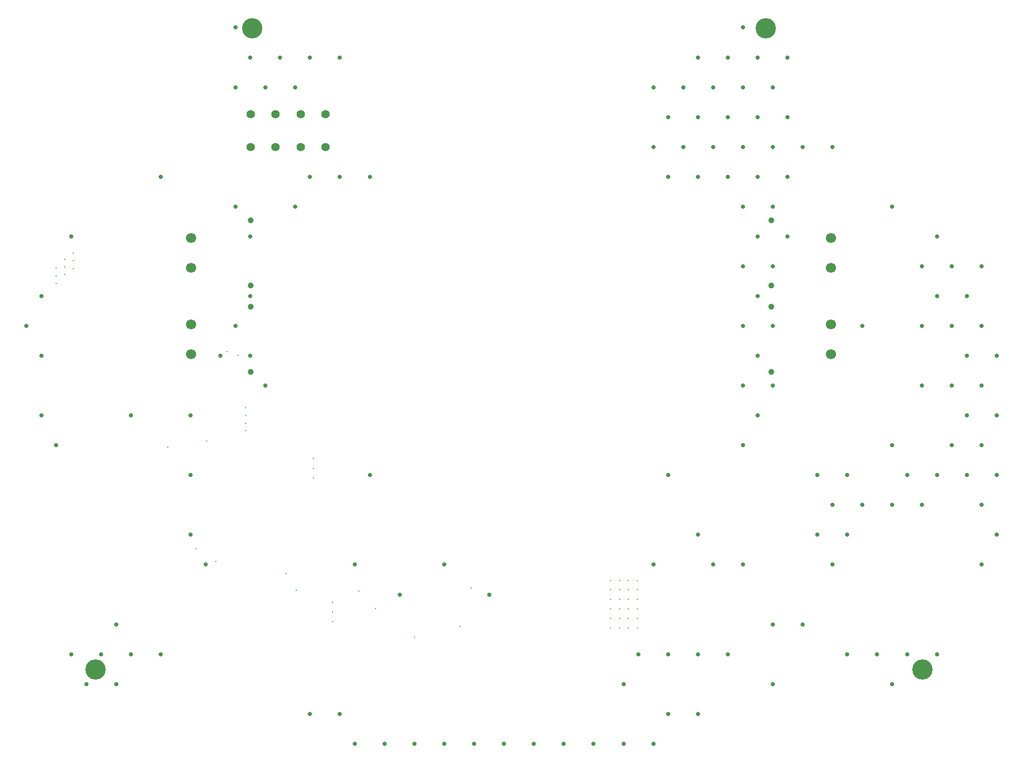
<source format=gbr>
%TF.GenerationSoftware,Altium Limited,Altium Designer,23.6.0 (18)*%
G04 Layer_Color=0*
%FSLAX45Y45*%
%MOMM*%
%TF.SameCoordinates,CA757A27-890D-4031-9470-5F8B39CF6935*%
%TF.FilePolarity,Positive*%
%TF.FileFunction,Plated,1,2,PTH,Drill*%
%TF.Part,Single*%
G01*
G75*
%TA.AperFunction,OtherDrill,Pad Free-1 (170.12mm,32.39mm)*%
%ADD94C,3.40000*%
%TA.AperFunction,OtherDrill,Pad Free-1 (57.854mm,139.861mm)*%
%ADD95C,3.40000*%
%TA.AperFunction,OtherDrill,Pad Free-1 (31.556mm,32.39mm)*%
%ADD96C,3.40000*%
%TA.AperFunction,OtherDrill,Pad Free-1 (143.822mm,139.861mm)*%
%ADD97C,3.40000*%
%TA.AperFunction,ComponentDrill*%
%ADD98C,1.00000*%
%ADD99C,1.70000*%
%ADD100C,1.40000*%
%TA.AperFunction,ViaDrill,NotFilled*%
%ADD101C,0.71120*%
%ADD102C,0.30000*%
D94*
X17012000Y3238999D02*
D03*
D95*
X5785401Y13986131D02*
D03*
D96*
X3155593Y3238999D02*
D03*
D97*
X14382193Y13986131D02*
D03*
D98*
X5753098Y9325698D02*
D03*
Y8225701D02*
D03*
X5753100Y10773501D02*
D03*
Y9673499D02*
D03*
X14478000Y8225699D02*
D03*
Y9325701D02*
D03*
Y10773501D02*
D03*
Y9673499D02*
D03*
D99*
X4753100Y8525700D02*
D03*
Y9025699D02*
D03*
X4753102Y9973498D02*
D03*
Y10473502D02*
D03*
X15477998Y9025702D02*
D03*
Y8525698D02*
D03*
Y9973498D02*
D03*
Y10473502D02*
D03*
D100*
X7012198Y12001500D02*
D03*
X6592199D02*
D03*
X6172200D02*
D03*
X5752201D02*
D03*
X7012198Y12551501D02*
D03*
X6592199D02*
D03*
X6172200D02*
D03*
X5752201D02*
D03*
D101*
X18000002Y10000000D02*
D03*
Y9000000D02*
D03*
X18250002Y8500000D02*
D03*
X18000002Y8000000D02*
D03*
X18250002Y7500000D02*
D03*
X18000002Y7000000D02*
D03*
X18250002Y6500000D02*
D03*
X18000002Y6000000D02*
D03*
X18250002Y5500000D02*
D03*
X18000002Y5000000D02*
D03*
X17500002Y10000000D02*
D03*
X17750002Y9500000D02*
D03*
X17500002Y9000000D02*
D03*
X17750002Y8500000D02*
D03*
X17500002Y8000000D02*
D03*
X17750002Y7500000D02*
D03*
X17500002Y7000000D02*
D03*
X17750002Y6500000D02*
D03*
X17250002Y10500000D02*
D03*
X17000002Y10000000D02*
D03*
X17250002Y9500000D02*
D03*
X17000002Y9000000D02*
D03*
Y8000000D02*
D03*
X17250002Y6500000D02*
D03*
X17000002Y6000000D02*
D03*
X17250002Y3500000D02*
D03*
X16500002Y11000000D02*
D03*
Y7000000D02*
D03*
X16750002Y6500000D02*
D03*
X16500002Y6000000D02*
D03*
X16750002Y3500000D02*
D03*
X16500002Y3000000D02*
D03*
X16000002Y9000000D02*
D03*
Y6000000D02*
D03*
X16250002Y3500000D02*
D03*
X15500000Y12000000D02*
D03*
X15750002Y6500000D02*
D03*
X15500000Y6000000D02*
D03*
X15750002Y5500000D02*
D03*
X15500000Y5000000D02*
D03*
X15750002Y3500000D02*
D03*
X15000000Y12000000D02*
D03*
X15250000Y6500000D02*
D03*
Y5500000D02*
D03*
X15000000Y4000000D02*
D03*
X14750000Y13500000D02*
D03*
X14500000Y13000000D02*
D03*
X14750000Y12500000D02*
D03*
X14500000Y12000000D02*
D03*
X14750000Y11500000D02*
D03*
X14500000Y11000000D02*
D03*
X14750000Y10500000D02*
D03*
X14500000Y10000000D02*
D03*
Y9000000D02*
D03*
Y8000000D02*
D03*
Y4000000D02*
D03*
Y3000000D02*
D03*
X14000000Y14000000D02*
D03*
X14250000Y13500000D02*
D03*
X14000000Y13000000D02*
D03*
X14250000Y12500000D02*
D03*
X14000000Y12000000D02*
D03*
X14250000Y11500000D02*
D03*
X14000000Y11000000D02*
D03*
X14250000Y10500000D02*
D03*
X14000000Y10000000D02*
D03*
X14250000Y9500000D02*
D03*
X14000000Y9000000D02*
D03*
X14250000Y8500000D02*
D03*
X14000000Y8000000D02*
D03*
X14250000Y7500000D02*
D03*
X14000000Y7000000D02*
D03*
Y5000000D02*
D03*
X13750000Y13500000D02*
D03*
X13500000Y13000000D02*
D03*
X13750000Y12500000D02*
D03*
X13500000Y12000000D02*
D03*
X13750000Y11500000D02*
D03*
X13500000Y5000000D02*
D03*
X13750000Y3500000D02*
D03*
X13250000Y13500000D02*
D03*
X13000000Y13000000D02*
D03*
X13250000Y12500000D02*
D03*
X13000000Y12000000D02*
D03*
X13250000Y11500000D02*
D03*
Y5500000D02*
D03*
Y3500000D02*
D03*
Y2500000D02*
D03*
X12500000Y13000000D02*
D03*
X12750000Y12500000D02*
D03*
X12500000Y12000000D02*
D03*
X12750000Y11500000D02*
D03*
Y6500000D02*
D03*
X12500000Y5000000D02*
D03*
X12750000Y3500000D02*
D03*
Y2500000D02*
D03*
X12500000Y2000000D02*
D03*
X12250000Y3500000D02*
D03*
X12000000Y3000000D02*
D03*
Y2000000D02*
D03*
X11500000D02*
D03*
X11000000D02*
D03*
X10500000D02*
D03*
X10000000D02*
D03*
X9750000Y4500000D02*
D03*
X9500000Y2000000D02*
D03*
X9000000Y5000000D02*
D03*
Y2000000D02*
D03*
X8500000D02*
D03*
X8250000Y4500000D02*
D03*
X8000000Y2000000D02*
D03*
X7750000Y11500000D02*
D03*
Y6500000D02*
D03*
X7500000Y5000000D02*
D03*
Y2000000D02*
D03*
X7250000Y13500000D02*
D03*
Y11500000D02*
D03*
Y2500000D02*
D03*
X6750000Y13500000D02*
D03*
X6500000Y13000000D02*
D03*
X6750000Y11500000D02*
D03*
X6500000Y11000000D02*
D03*
X6750000Y2500000D02*
D03*
X6250000Y13500000D02*
D03*
X6000000Y13000000D02*
D03*
Y8000000D02*
D03*
X5500000Y14000000D02*
D03*
X5750000Y13500000D02*
D03*
X5500000Y13000000D02*
D03*
Y11000000D02*
D03*
X5750000Y10500000D02*
D03*
Y9500000D02*
D03*
X5500000Y9000000D02*
D03*
X5750000Y8500000D02*
D03*
X5250000D02*
D03*
X5000000Y5000000D02*
D03*
X4750000Y7500000D02*
D03*
Y6500000D02*
D03*
Y5500000D02*
D03*
X4250000Y11500000D02*
D03*
Y3500000D02*
D03*
X3750000Y7500000D02*
D03*
X3500000Y4000000D02*
D03*
X3750000Y3500000D02*
D03*
X3500000Y3000000D02*
D03*
X3250000Y3500000D02*
D03*
X3000000Y3000000D02*
D03*
X2750000Y10500000D02*
D03*
X2500000Y7000000D02*
D03*
X2750000Y3500000D02*
D03*
X2250000Y9500000D02*
D03*
X2000000Y9000000D02*
D03*
X2250000Y8500000D02*
D03*
Y7500000D02*
D03*
D102*
X5359400Y8572500D02*
D03*
X5540000Y8510000D02*
D03*
X5670000Y7630175D02*
D03*
Y7500000D02*
D03*
Y7369825D02*
D03*
Y7250000D02*
D03*
X2500000Y9709825D02*
D03*
Y9970175D02*
D03*
Y9840000D02*
D03*
X2640000Y9859825D02*
D03*
Y10120175D02*
D03*
Y9990000D02*
D03*
X2785850Y9960325D02*
D03*
Y10220675D02*
D03*
Y10090500D02*
D03*
X6807200Y6451600D02*
D03*
Y6616700D02*
D03*
Y6781800D02*
D03*
X11785600Y4097020D02*
D03*
X11938000D02*
D03*
X12077700D02*
D03*
X12230100D02*
D03*
X11785600Y3937000D02*
D03*
X11938000D02*
D03*
X12077700D02*
D03*
X12230100D02*
D03*
X11785600Y4417060D02*
D03*
X11938000D02*
D03*
X12077700D02*
D03*
X12230100D02*
D03*
X11785600Y4257040D02*
D03*
X11938000D02*
D03*
X12077700D02*
D03*
X12230100D02*
D03*
Y4577080D02*
D03*
X12077700D02*
D03*
X11938000D02*
D03*
X11785600D02*
D03*
X12230100Y4737100D02*
D03*
X12077700D02*
D03*
X11938000D02*
D03*
X11785600D02*
D03*
X4838700Y5270500D02*
D03*
X7124700Y4051300D02*
D03*
Y4208780D02*
D03*
Y4368800D02*
D03*
X8496300Y3784600D02*
D03*
X9265200Y3962400D02*
D03*
X9448800Y4610100D02*
D03*
X4368800Y6972300D02*
D03*
X5016500Y7073900D02*
D03*
X5168900Y5054600D02*
D03*
X6515100Y4572000D02*
D03*
X6350000Y4851400D02*
D03*
X7569200Y4559300D02*
D03*
X7848600Y4267200D02*
D03*
%TF.MD5,dd1558ef384a112ebb00e19be6012f87*%
M02*

</source>
